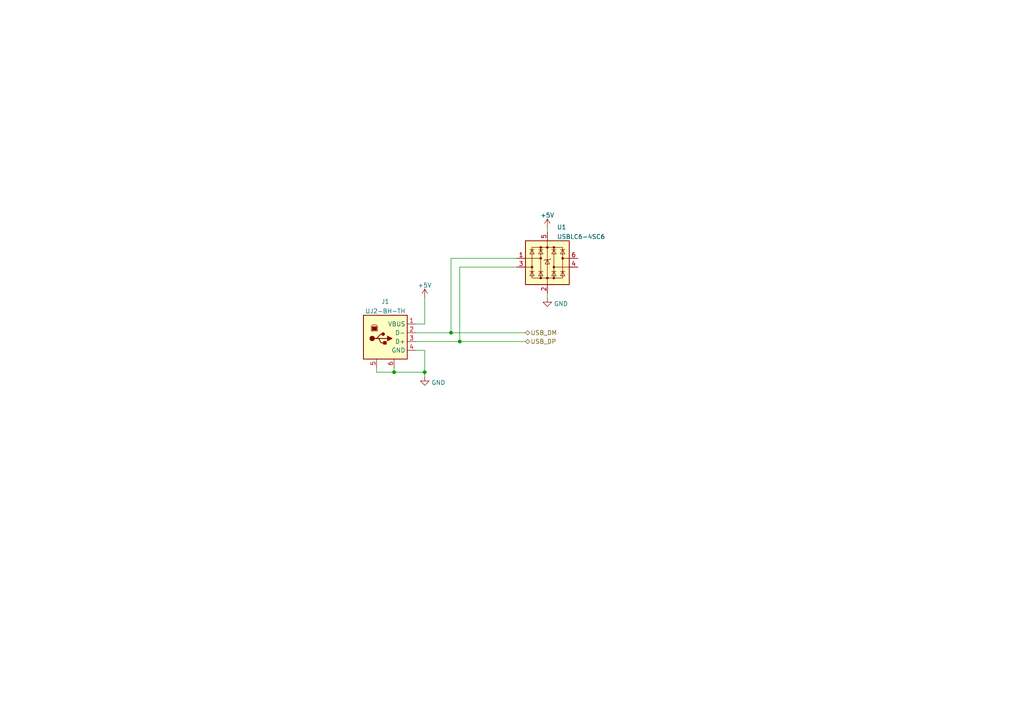
<source format=kicad_sch>
(kicad_sch (version 20211123) (generator eeschema)

  (uuid 4ae0d715-a639-4efe-959b-4b281631c157)

  (paper "A4")

  (lib_symbols
    (symbol "J_Connector:UJ2-BH-TH" (in_bom yes) (on_board yes)
      (property "Reference" "J" (id 0) (at -5.08 7.62 0)
        (effects (font (size 1.27 1.27)))
      )
      (property "Value" "UJ2-BH-TH" (id 1) (at 10.16 -7.62 0)
        (effects (font (size 1.27 1.27)))
      )
      (property "Footprint" "J_Connector:USB_B_TH_Horizontal" (id 2) (at 20.32 -10.16 0)
        (effects (font (size 1.27 1.27)) hide)
      )
      (property "Datasheet" "" (id 3) (at -24.765 -8.255 0)
        (effects (font (size 1.27 1.27)) hide)
      )
      (property "ki_keywords" "CONN RCPT USB2.0 TYPEB 4POS R/A" (id 4) (at 0 0 0)
        (effects (font (size 1.27 1.27)) hide)
      )
      (property "ki_description" "CONN RCPT USB2.0 TYPEB 4POS R/A" (id 5) (at 0 0 0)
        (effects (font (size 1.27 1.27)) hide)
      )
      (symbol "UJ2-BH-TH_0_1"
        (rectangle (start -6.35 6.35) (end 6.35 -6.35)
          (stroke (width 0.254) (type default) (color 0 0 0 0))
          (fill (type background))
        )
        (circle (center -3.81 -0.381) (radius 0.635)
          (stroke (width 0.254) (type default) (color 0 0 0 0))
          (fill (type outline))
        )
        (rectangle (start -3.81 3.048) (end -2.54 2.032)
          (stroke (width 0) (type default) (color 0 0 0 0))
          (fill (type outline))
        )
        (circle (center -0.635 0.889) (radius 0.381)
          (stroke (width 0.254) (type default) (color 0 0 0 0))
          (fill (type outline))
        )
        (polyline
          (pts
            (xy -1.905 -0.381)
            (xy 0.635 -0.381)
          )
          (stroke (width 0.254) (type default) (color 0 0 0 0))
          (fill (type none))
        )
        (polyline
          (pts
            (xy -3.175 -0.381)
            (xy -2.54 -0.381)
            (xy -1.27 0.889)
            (xy -0.635 0.889)
          )
          (stroke (width 0.254) (type default) (color 0 0 0 0))
          (fill (type none))
        )
        (polyline
          (pts
            (xy -2.54 -0.381)
            (xy -1.905 -0.381)
            (xy -1.27 -1.651)
            (xy 0 -1.651)
          )
          (stroke (width 0.254) (type default) (color 0 0 0 0))
          (fill (type none))
        )
        (polyline
          (pts
            (xy 0.635 0.254)
            (xy 0.635 -1.016)
            (xy 1.905 -0.381)
            (xy 0.635 0.254)
          )
          (stroke (width 0.254) (type default) (color 0 0 0 0))
          (fill (type outline))
        )
        (polyline
          (pts
            (xy -4.064 1.778)
            (xy -2.286 1.778)
            (xy -2.286 3.175)
            (xy -2.667 3.556)
            (xy -3.683 3.556)
            (xy -4.064 3.175)
            (xy -4.064 1.778)
          )
          (stroke (width 0) (type default) (color 0 0 0 0))
          (fill (type none))
        )
        (rectangle (start 0.254 -1.27) (end -0.508 -2.032)
          (stroke (width 0.254) (type default) (color 0 0 0 0))
          (fill (type outline))
        )
      )
      (symbol "UJ2-BH-TH_1_1"
        (pin power_out line (at 8.89 3.81 180) (length 2.54)
          (name "VBUS" (effects (font (size 1.27 1.27))))
          (number "1" (effects (font (size 1.27 1.27))))
        )
        (pin bidirectional line (at 8.89 1.27 180) (length 2.54)
          (name "D-" (effects (font (size 1.27 1.27))))
          (number "2" (effects (font (size 1.27 1.27))))
        )
        (pin bidirectional line (at 8.89 -1.27 180) (length 2.54)
          (name "D+" (effects (font (size 1.27 1.27))))
          (number "3" (effects (font (size 1.27 1.27))))
        )
        (pin power_out line (at 8.89 -3.81 180) (length 2.54)
          (name "GND" (effects (font (size 1.27 1.27))))
          (number "4" (effects (font (size 1.27 1.27))))
        )
        (pin passive line (at -2.54 -8.89 90) (length 2.54)
          (name "" (effects (font (size 1.27 1.27))))
          (number "5" (effects (font (size 1.27 1.27))))
        )
        (pin passive line (at 2.54 -8.89 90) (length 2.54)
          (name "" (effects (font (size 1.27 1.27))))
          (number "6" (effects (font (size 1.27 1.27))))
        )
      )
    )
    (symbol "U_Basic:USBLC6-4SC6" (pin_names hide) (in_bom yes) (on_board yes)
      (property "Reference" "U" (id 0) (at -5.715 8.255 0)
        (effects (font (size 1.27 1.27)))
      )
      (property "Value" "USBLC6-4SC6" (id 1) (at 8.89 -8.255 0)
        (effects (font (size 1.27 1.27)))
      )
      (property "Footprint" "U_IC:SOT23_6" (id 2) (at 8.89 -10.795 0)
        (effects (font (size 1.27 1.27)) hide)
      )
      (property "Datasheet" "" (id 3) (at -0.635 0 0)
        (effects (font (size 1.27 1.27)) hide)
      )
      (property "ki_keywords" "TVS DIODE 5.25VWM 17VC SOT23-6" (id 4) (at 0 0 0)
        (effects (font (size 1.27 1.27)) hide)
      )
      (property "ki_description" "TVS DIODE 5.25VWM 17VC SOT23-6" (id 5) (at 0 0 0)
        (effects (font (size 1.27 1.27)) hide)
      )
      (symbol "USBLC6-4SC6_0_0"
        (rectangle (start -4.445 4.445) (end 4.445 -4.445)
          (stroke (width 0) (type default) (color 0 0 0 0))
          (fill (type none))
        )
        (polyline
          (pts
            (xy -1.905 -4.445)
            (xy -1.905 4.572)
          )
          (stroke (width 0) (type default) (color 0 0 0 0))
          (fill (type none))
        )
        (polyline
          (pts
            (xy 0 6.35)
            (xy 0 -6.35)
          )
          (stroke (width 0) (type default) (color 0 0 0 0))
          (fill (type none))
        )
        (polyline
          (pts
            (xy 1.905 4.572)
            (xy 1.905 -4.445)
          )
          (stroke (width 0) (type default) (color 0 0 0 0))
          (fill (type none))
        )
      )
      (symbol "USBLC6-4SC6_0_1"
        (rectangle (start -6.35 6.35) (end 6.35 -6.35)
          (stroke (width 0.254) (type default) (color 0 0 0 0))
          (fill (type background))
        )
        (circle (center -4.445 -1.27) (radius 0.2794)
          (stroke (width 0) (type default) (color 0 0 0 0))
          (fill (type outline))
        )
        (circle (center -1.905 -4.445) (radius 0.2794)
          (stroke (width 0) (type default) (color 0 0 0 0))
          (fill (type outline))
        )
        (circle (center -1.905 1.27) (radius 0.2794)
          (stroke (width 0) (type default) (color 0 0 0 0))
          (fill (type outline))
        )
        (circle (center -1.905 4.445) (radius 0.2794)
          (stroke (width 0) (type default) (color 0 0 0 0))
          (fill (type outline))
        )
        (circle (center 0 -4.445) (radius 0.2794)
          (stroke (width 0) (type default) (color 0 0 0 0))
          (fill (type outline))
        )
        (polyline
          (pts
            (xy -6.477 1.27)
            (xy -1.905 1.27)
          )
          (stroke (width 0) (type default) (color 0 0 0 0))
          (fill (type none))
        )
        (polyline
          (pts
            (xy -6.35 -1.27)
            (xy -4.445 -1.27)
          )
          (stroke (width 0) (type default) (color 0 0 0 0))
          (fill (type none))
        )
        (polyline
          (pts
            (xy -3.81 -2.54)
            (xy -5.08 -2.54)
          )
          (stroke (width 0) (type default) (color 0 0 0 0))
          (fill (type none))
        )
        (polyline
          (pts
            (xy -3.81 3.81)
            (xy -5.08 3.81)
          )
          (stroke (width 0) (type default) (color 0 0 0 0))
          (fill (type none))
        )
        (polyline
          (pts
            (xy -1.27 -2.54)
            (xy -2.54 -2.54)
          )
          (stroke (width 0) (type default) (color 0 0 0 0))
          (fill (type none))
        )
        (polyline
          (pts
            (xy -1.27 3.81)
            (xy -2.54 3.81)
          )
          (stroke (width 0) (type default) (color 0 0 0 0))
          (fill (type none))
        )
        (polyline
          (pts
            (xy -0.635 0.889)
            (xy -1.016 0.635)
          )
          (stroke (width 0) (type default) (color 0 0 0 0))
          (fill (type none))
        )
        (polyline
          (pts
            (xy 0.635 0.889)
            (xy -0.635 0.889)
          )
          (stroke (width 0) (type default) (color 0 0 0 0))
          (fill (type none))
        )
        (polyline
          (pts
            (xy 0.635 0.889)
            (xy 1.016 1.143)
          )
          (stroke (width 0) (type default) (color 0 0 0 0))
          (fill (type none))
        )
        (polyline
          (pts
            (xy 2.54 -2.54)
            (xy 1.27 -2.54)
          )
          (stroke (width 0) (type default) (color 0 0 0 0))
          (fill (type none))
        )
        (polyline
          (pts
            (xy 2.54 3.81)
            (xy 1.27 3.81)
          )
          (stroke (width 0) (type default) (color 0 0 0 0))
          (fill (type none))
        )
        (polyline
          (pts
            (xy 5.08 -2.54)
            (xy 3.81 -2.54)
          )
          (stroke (width 0) (type default) (color 0 0 0 0))
          (fill (type none))
        )
        (polyline
          (pts
            (xy 5.08 3.81)
            (xy 3.81 3.81)
          )
          (stroke (width 0) (type default) (color 0 0 0 0))
          (fill (type none))
        )
        (polyline
          (pts
            (xy 6.35 -1.27)
            (xy 1.905 -1.27)
          )
          (stroke (width 0) (type default) (color 0 0 0 0))
          (fill (type none))
        )
        (polyline
          (pts
            (xy 6.35 1.27)
            (xy 4.445 1.27)
          )
          (stroke (width 0) (type default) (color 0 0 0 0))
          (fill (type none))
        )
        (polyline
          (pts
            (xy -3.81 -3.81)
            (xy -5.08 -3.81)
            (xy -4.445 -2.54)
            (xy -3.81 -3.81)
          )
          (stroke (width 0) (type default) (color 0 0 0 0))
          (fill (type none))
        )
        (polyline
          (pts
            (xy -3.81 2.54)
            (xy -5.08 2.54)
            (xy -4.445 3.81)
            (xy -3.81 2.54)
          )
          (stroke (width 0) (type default) (color 0 0 0 0))
          (fill (type none))
        )
        (polyline
          (pts
            (xy -1.27 -3.81)
            (xy -2.54 -3.81)
            (xy -1.905 -2.54)
            (xy -1.27 -3.81)
          )
          (stroke (width 0) (type default) (color 0 0 0 0))
          (fill (type none))
        )
        (polyline
          (pts
            (xy -1.27 2.54)
            (xy -2.54 2.54)
            (xy -1.905 3.81)
            (xy -1.27 2.54)
          )
          (stroke (width 0) (type default) (color 0 0 0 0))
          (fill (type none))
        )
        (polyline
          (pts
            (xy 0.635 -0.381)
            (xy -0.635 -0.381)
            (xy 0 0.889)
            (xy 0.635 -0.381)
          )
          (stroke (width 0) (type default) (color 0 0 0 0))
          (fill (type none))
        )
        (polyline
          (pts
            (xy 2.54 -3.81)
            (xy 1.27 -3.81)
            (xy 1.905 -2.54)
            (xy 2.54 -3.81)
          )
          (stroke (width 0) (type default) (color 0 0 0 0))
          (fill (type none))
        )
        (polyline
          (pts
            (xy 2.54 2.54)
            (xy 1.27 2.54)
            (xy 1.905 3.81)
            (xy 2.54 2.54)
          )
          (stroke (width 0) (type default) (color 0 0 0 0))
          (fill (type none))
        )
        (polyline
          (pts
            (xy 5.08 -3.81)
            (xy 3.81 -3.81)
            (xy 4.445 -2.54)
            (xy 5.08 -3.81)
          )
          (stroke (width 0) (type default) (color 0 0 0 0))
          (fill (type none))
        )
        (polyline
          (pts
            (xy 5.08 2.54)
            (xy 3.81 2.54)
            (xy 4.445 3.81)
            (xy 5.08 2.54)
          )
          (stroke (width 0) (type default) (color 0 0 0 0))
          (fill (type none))
        )
        (circle (center 0 4.445) (radius 0.2794)
          (stroke (width 0) (type default) (color 0 0 0 0))
          (fill (type outline))
        )
        (circle (center 1.905 -4.445) (radius 0.2794)
          (stroke (width 0) (type default) (color 0 0 0 0))
          (fill (type outline))
        )
        (circle (center 1.905 -1.27) (radius 0.2794)
          (stroke (width 0) (type default) (color 0 0 0 0))
          (fill (type outline))
        )
        (circle (center 1.905 4.445) (radius 0.2794)
          (stroke (width 0) (type default) (color 0 0 0 0))
          (fill (type outline))
        )
        (circle (center 4.445 1.27) (radius 0.2794)
          (stroke (width 0) (type default) (color 0 0 0 0))
          (fill (type outline))
        )
      )
      (symbol "USBLC6-4SC6_1_1"
        (pin passive line (at -8.89 1.27 0) (length 2.54)
          (name "~" (effects (font (size 1.27 1.27))))
          (number "1" (effects (font (size 1.27 1.27))))
        )
        (pin passive line (at 0 -8.89 90) (length 2.54)
          (name "~" (effects (font (size 1.27 1.27))))
          (number "2" (effects (font (size 1.27 1.27))))
        )
        (pin passive line (at -8.89 -1.27 0) (length 2.54)
          (name "~" (effects (font (size 1.27 1.27))))
          (number "3" (effects (font (size 1.27 1.27))))
        )
        (pin passive line (at 8.89 -1.27 180) (length 2.54)
          (name "~" (effects (font (size 1.27 1.27))))
          (number "4" (effects (font (size 1.27 1.27))))
        )
        (pin passive line (at 0 8.89 270) (length 2.54)
          (name "~" (effects (font (size 1.27 1.27))))
          (number "5" (effects (font (size 1.27 1.27))))
        )
        (pin passive line (at 8.89 1.27 180) (length 2.54)
          (name "~" (effects (font (size 1.27 1.27))))
          (number "6" (effects (font (size 1.27 1.27))))
        )
      )
    )
    (symbol "power:+5V" (power) (pin_names (offset 0)) (in_bom yes) (on_board yes)
      (property "Reference" "#PWR" (id 0) (at 0 -3.81 0)
        (effects (font (size 1.27 1.27)) hide)
      )
      (property "Value" "+5V" (id 1) (at 0 3.556 0)
        (effects (font (size 1.27 1.27)))
      )
      (property "Footprint" "" (id 2) (at 0 0 0)
        (effects (font (size 1.27 1.27)) hide)
      )
      (property "Datasheet" "" (id 3) (at 0 0 0)
        (effects (font (size 1.27 1.27)) hide)
      )
      (property "ki_keywords" "power-flag" (id 4) (at 0 0 0)
        (effects (font (size 1.27 1.27)) hide)
      )
      (property "ki_description" "Power symbol creates a global label with name \"+5V\"" (id 5) (at 0 0 0)
        (effects (font (size 1.27 1.27)) hide)
      )
      (symbol "+5V_0_1"
        (polyline
          (pts
            (xy -0.762 1.27)
            (xy 0 2.54)
          )
          (stroke (width 0) (type default) (color 0 0 0 0))
          (fill (type none))
        )
        (polyline
          (pts
            (xy 0 0)
            (xy 0 2.54)
          )
          (stroke (width 0) (type default) (color 0 0 0 0))
          (fill (type none))
        )
        (polyline
          (pts
            (xy 0 2.54)
            (xy 0.762 1.27)
          )
          (stroke (width 0) (type default) (color 0 0 0 0))
          (fill (type none))
        )
      )
      (symbol "+5V_1_1"
        (pin power_in line (at 0 0 90) (length 0) hide
          (name "+5V" (effects (font (size 1.27 1.27))))
          (number "1" (effects (font (size 1.27 1.27))))
        )
      )
    )
    (symbol "power:GND" (power) (pin_names (offset 0)) (in_bom yes) (on_board yes)
      (property "Reference" "#PWR" (id 0) (at 0 -6.35 0)
        (effects (font (size 1.27 1.27)) hide)
      )
      (property "Value" "GND" (id 1) (at 0 -3.81 0)
        (effects (font (size 1.27 1.27)))
      )
      (property "Footprint" "" (id 2) (at 0 0 0)
        (effects (font (size 1.27 1.27)) hide)
      )
      (property "Datasheet" "" (id 3) (at 0 0 0)
        (effects (font (size 1.27 1.27)) hide)
      )
      (property "ki_keywords" "power-flag" (id 4) (at 0 0 0)
        (effects (font (size 1.27 1.27)) hide)
      )
      (property "ki_description" "Power symbol creates a global label with name \"GND\" , ground" (id 5) (at 0 0 0)
        (effects (font (size 1.27 1.27)) hide)
      )
      (symbol "GND_0_1"
        (polyline
          (pts
            (xy 0 0)
            (xy 0 -1.27)
            (xy 1.27 -1.27)
            (xy 0 -2.54)
            (xy -1.27 -1.27)
            (xy 0 -1.27)
          )
          (stroke (width 0) (type default) (color 0 0 0 0))
          (fill (type none))
        )
      )
      (symbol "GND_1_1"
        (pin power_in line (at 0 0 270) (length 0) hide
          (name "GND" (effects (font (size 1.27 1.27))))
          (number "1" (effects (font (size 1.27 1.27))))
        )
      )
    )
  )

  (junction (at 123.19 107.95) (diameter 0) (color 0 0 0 0)
    (uuid 77e2d680-8e74-4475-9dd4-50cf1b88cec3)
  )
  (junction (at 114.3 107.95) (diameter 0) (color 0 0 0 0)
    (uuid b9a836de-f366-4e03-aa70-e514a6648e94)
  )
  (junction (at 133.35 99.06) (diameter 0) (color 0 0 0 0)
    (uuid fc6065df-6632-4347-9cf9-136b13cfc94b)
  )
  (junction (at 130.81 96.52) (diameter 0) (color 0 0 0 0)
    (uuid fc9a1fed-2b07-44ee-bcab-8b1a71a92913)
  )

  (wire (pts (xy 130.81 96.52) (xy 152.4 96.52))
    (stroke (width 0) (type default) (color 0 0 0 0))
    (uuid 00a60bb0-9659-4bf9-ab3b-98c519175438)
  )
  (wire (pts (xy 114.3 106.68) (xy 114.3 107.95))
    (stroke (width 0) (type default) (color 0 0 0 0))
    (uuid 0ad0ee62-f479-4050-a230-bbe600f83ca9)
  )
  (wire (pts (xy 120.65 96.52) (xy 130.81 96.52))
    (stroke (width 0) (type default) (color 0 0 0 0))
    (uuid 2e0c51b3-f6f6-44e6-b1fe-ceb23a0beb02)
  )
  (wire (pts (xy 109.22 107.95) (xy 114.3 107.95))
    (stroke (width 0) (type default) (color 0 0 0 0))
    (uuid 3ce36910-c332-48dc-b097-018dd633581e)
  )
  (wire (pts (xy 133.35 77.47) (xy 133.35 99.06))
    (stroke (width 0) (type default) (color 0 0 0 0))
    (uuid 3fdaf67e-4956-48fe-879f-592fdc27605c)
  )
  (wire (pts (xy 123.19 107.95) (xy 123.19 109.22))
    (stroke (width 0) (type default) (color 0 0 0 0))
    (uuid 4589a096-a0f9-46f8-9af7-e13582e8892b)
  )
  (wire (pts (xy 149.86 74.93) (xy 130.81 74.93))
    (stroke (width 0) (type default) (color 0 0 0 0))
    (uuid 48315536-bafb-4111-8469-157286da8e43)
  )
  (wire (pts (xy 158.75 66.04) (xy 158.75 67.31))
    (stroke (width 0) (type default) (color 0 0 0 0))
    (uuid 579ff693-e34e-4a00-bcde-393f2adcab08)
  )
  (wire (pts (xy 123.19 101.6) (xy 123.19 107.95))
    (stroke (width 0) (type default) (color 0 0 0 0))
    (uuid 7175eb7b-e36f-48f8-b384-1292ad592fba)
  )
  (wire (pts (xy 120.65 99.06) (xy 133.35 99.06))
    (stroke (width 0) (type default) (color 0 0 0 0))
    (uuid 7cc321ba-e755-4d31-a8d0-4c033cd76200)
  )
  (wire (pts (xy 114.3 107.95) (xy 123.19 107.95))
    (stroke (width 0) (type default) (color 0 0 0 0))
    (uuid 8a4b4b53-ff03-4bd3-bc59-c87ab069d9de)
  )
  (wire (pts (xy 149.86 77.47) (xy 133.35 77.47))
    (stroke (width 0) (type default) (color 0 0 0 0))
    (uuid ac973079-06af-4fb3-8a4b-265ded870f3f)
  )
  (wire (pts (xy 123.19 86.36) (xy 123.19 93.98))
    (stroke (width 0) (type default) (color 0 0 0 0))
    (uuid be0ff5be-c40a-45d4-952c-907dc01a42f8)
  )
  (wire (pts (xy 120.65 93.98) (xy 123.19 93.98))
    (stroke (width 0) (type default) (color 0 0 0 0))
    (uuid beb95dff-487d-475f-8d1f-01eccf75394f)
  )
  (wire (pts (xy 120.65 101.6) (xy 123.19 101.6))
    (stroke (width 0) (type default) (color 0 0 0 0))
    (uuid d052d5aa-852b-483c-b7cb-852c3f70626e)
  )
  (wire (pts (xy 109.22 106.68) (xy 109.22 107.95))
    (stroke (width 0) (type default) (color 0 0 0 0))
    (uuid d701cf17-2acb-4812-8208-3e17cfb8cc6d)
  )
  (wire (pts (xy 130.81 74.93) (xy 130.81 96.52))
    (stroke (width 0) (type default) (color 0 0 0 0))
    (uuid e1438e46-ce3e-4397-a6fd-0dcb68e203d4)
  )
  (wire (pts (xy 158.75 85.09) (xy 158.75 86.36))
    (stroke (width 0) (type default) (color 0 0 0 0))
    (uuid f60c63f4-1642-458a-a40d-2d5feae17a5d)
  )
  (wire (pts (xy 133.35 99.06) (xy 152.4 99.06))
    (stroke (width 0) (type default) (color 0 0 0 0))
    (uuid f92ecf1f-6b91-478d-8066-dabda8299333)
  )

  (hierarchical_label "USB_DM" (shape bidirectional) (at 152.4 96.52 0)
    (effects (font (size 1.27 1.27)) (justify left))
    (uuid 2172f2ab-0969-4e6f-87f4-e6fc3ec2d094)
  )
  (hierarchical_label "USB_DP" (shape bidirectional) (at 152.4 99.06 0)
    (effects (font (size 1.27 1.27)) (justify left))
    (uuid 33d84ae6-a80f-4bc3-9b32-048a1d1f6354)
  )

  (symbol (lib_id "power:GND") (at 123.19 109.22 0) (unit 1)
    (in_bom yes) (on_board yes) (fields_autoplaced)
    (uuid 4e29b161-d5e0-4d00-84bb-f3cb4d44f0a5)
    (property "Reference" "#PWR02" (id 0) (at 123.19 115.57 0)
      (effects (font (size 1.27 1.27)) hide)
    )
    (property "Value" "GND" (id 1) (at 125.095 110.969 0)
      (effects (font (size 1.27 1.27)) (justify left))
    )
    (property "Footprint" "" (id 2) (at 123.19 109.22 0)
      (effects (font (size 1.27 1.27)) hide)
    )
    (property "Datasheet" "" (id 3) (at 123.19 109.22 0)
      (effects (font (size 1.27 1.27)) hide)
    )
    (pin "1" (uuid c54217d8-f3d1-4264-b046-57e3d60e63cf))
  )

  (symbol (lib_id "power:GND") (at 158.75 86.36 0) (unit 1)
    (in_bom yes) (on_board yes) (fields_autoplaced)
    (uuid 795243dc-f3e7-4763-8610-ae8ff26f9d50)
    (property "Reference" "#PWR04" (id 0) (at 158.75 92.71 0)
      (effects (font (size 1.27 1.27)) hide)
    )
    (property "Value" "GND" (id 1) (at 160.655 88.109 0)
      (effects (font (size 1.27 1.27)) (justify left))
    )
    (property "Footprint" "" (id 2) (at 158.75 86.36 0)
      (effects (font (size 1.27 1.27)) hide)
    )
    (property "Datasheet" "" (id 3) (at 158.75 86.36 0)
      (effects (font (size 1.27 1.27)) hide)
    )
    (pin "1" (uuid 6cc20325-d00d-42e7-9ac7-69ee6f09d95a))
  )

  (symbol (lib_id "U_Basic:USBLC6-4SC6") (at 158.75 76.2 0) (unit 1)
    (in_bom yes) (on_board yes) (fields_autoplaced)
    (uuid 999c953d-f873-4181-b275-4a1811787930)
    (property "Reference" "U1" (id 0) (at 161.5187 65.8835 0)
      (effects (font (size 1.27 1.27)) (justify left))
    )
    (property "Value" "USBLC6-4SC6" (id 1) (at 161.5187 68.6586 0)
      (effects (font (size 1.27 1.27)) (justify left))
    )
    (property "Footprint" "U_IC:SOT23_6" (id 2) (at 167.64 86.995 0)
      (effects (font (size 1.27 1.27)) hide)
    )
    (property "Datasheet" "" (id 3) (at 158.115 76.2 0)
      (effects (font (size 1.27 1.27)) hide)
    )
    (pin "1" (uuid 3304424a-2cb1-4eda-9522-7dd28c5313a5))
    (pin "2" (uuid b8d1a64c-1fca-4078-b21d-e11249eacd56))
    (pin "3" (uuid 382cde0b-1436-4cb1-9a6a-1fe4abaaf8f2))
    (pin "4" (uuid 4a6840d6-d9b4-405c-9c76-acc2b7dd96ac))
    (pin "5" (uuid 56f8d380-1672-41fc-948f-bed2112e4b62))
    (pin "6" (uuid 1927d28f-b4b9-4ddd-80db-6d189596fd98))
  )

  (symbol (lib_id "J_Connector:UJ2-BH-TH") (at 111.76 97.79 0) (unit 1)
    (in_bom yes) (on_board yes) (fields_autoplaced)
    (uuid 9e7703a6-bbcc-42f7-8fb6-c8dd52b7145f)
    (property "Reference" "J1" (id 0) (at 111.76 87.4735 0))
    (property "Value" "UJ2-BH-TH" (id 1) (at 111.76 90.2486 0))
    (property "Footprint" "J_Connector:USB_B_TH_Horizontal" (id 2) (at 132.08 107.95 0)
      (effects (font (size 1.27 1.27)) hide)
    )
    (property "Datasheet" "" (id 3) (at 86.995 106.045 0)
      (effects (font (size 1.27 1.27)) hide)
    )
    (pin "1" (uuid e88e2b55-28a9-489c-ab6c-db494f80b4a7))
    (pin "2" (uuid e51cebc4-38ce-4431-9a4e-d8a269b51d43))
    (pin "3" (uuid 3cd39984-e9bf-4284-ad79-aa1cc628d569))
    (pin "4" (uuid 1a82565f-1d3e-4e81-a071-4f06476caf9f))
    (pin "5" (uuid e2bd3c0e-835a-4ed7-a27d-5cf6d0ea0145))
    (pin "6" (uuid 4b9aee97-dd01-4d5b-a571-700d3c45bab0))
  )

  (symbol (lib_id "power:+5V") (at 123.19 86.36 0) (unit 1)
    (in_bom yes) (on_board yes) (fields_autoplaced)
    (uuid b2aae5dc-9585-49c4-b47d-17647a7443c9)
    (property "Reference" "#PWR01" (id 0) (at 123.19 90.17 0)
      (effects (font (size 1.27 1.27)) hide)
    )
    (property "Value" "+5V" (id 1) (at 123.19 82.7555 0))
    (property "Footprint" "" (id 2) (at 123.19 86.36 0)
      (effects (font (size 1.27 1.27)) hide)
    )
    (property "Datasheet" "" (id 3) (at 123.19 86.36 0)
      (effects (font (size 1.27 1.27)) hide)
    )
    (pin "1" (uuid 66d15e9a-9cf3-4544-8f73-a2f673384cf3))
  )

  (symbol (lib_id "power:+5V") (at 158.75 66.04 0) (unit 1)
    (in_bom yes) (on_board yes) (fields_autoplaced)
    (uuid f144b1e8-abc2-4d36-84ad-862d0e2b4b8f)
    (property "Reference" "#PWR03" (id 0) (at 158.75 69.85 0)
      (effects (font (size 1.27 1.27)) hide)
    )
    (property "Value" "+5V" (id 1) (at 158.75 62.4355 0))
    (property "Footprint" "" (id 2) (at 158.75 66.04 0)
      (effects (font (size 1.27 1.27)) hide)
    )
    (property "Datasheet" "" (id 3) (at 158.75 66.04 0)
      (effects (font (size 1.27 1.27)) hide)
    )
    (pin "1" (uuid f156d86b-ad04-4496-bc01-ff039970d5d9))
  )
)

</source>
